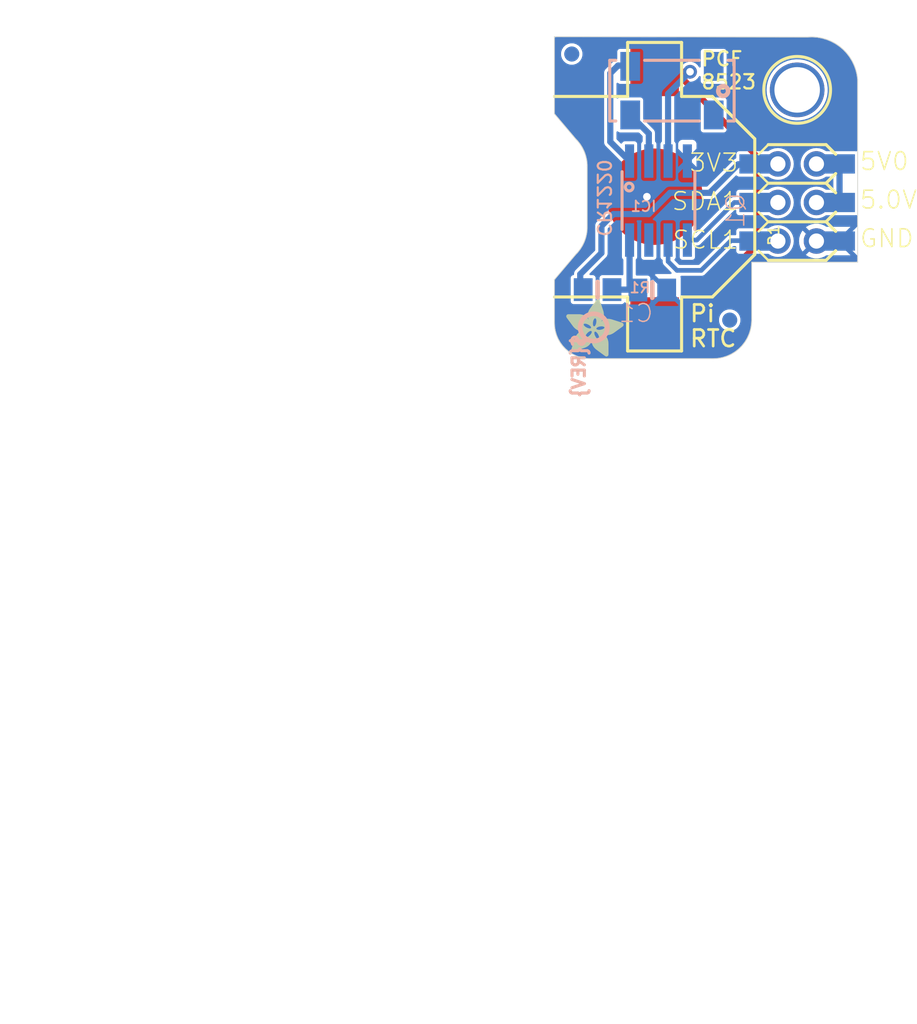
<source format=kicad_pcb>
(kicad_pcb (version 20221018) (generator pcbnew)
  (layers (0 "F.Cu" signal) (1 "In1.Cu" signal) (2 "In2.Cu" signal) (3 "In3.Cu" signal) (4 "In4.Cu" signal) (5 "In5.Cu" signal) (6 "In6.Cu" signal) (7 "In7.Cu" signal) (8 "In8.Cu" signal) (9 "In9.Cu" signal) (10 "In10.Cu" signal) (11 "In11.Cu" signal) (12 "In12.Cu" signal) (13 "In13.Cu" signal) (14 "In14.Cu" signal) (31 "B.Cu" signal) (34 "B.Paste" user) (35 "F.Paste" user) (36 "B.SilkS" user "B.Silkscreen") (37 "F.SilkS" user "F.Silkscreen") (38 "B.Mask" user) (39 "F.Mask" user) (44 "Edge.Cuts" user))
  (net 0 "")
  (net 1 "GND")
  (net 2 "SDA")
  (net 3 "SCL")
  (net 4 "N$14")
  (net 5 "N$15")
  (net 6 "VBAT")
  (net 7 "VDD")
  (net 8 "+5V")
  (net 9 "3.3V")
  (footprint "working:FIDUCIAL_1MM" (layer "F.Cu") (at 139.802029 96.9137 180)
    (fp_text reference "FID1" hide)
    (fp_text value "FIDUCIAL_1MM" hide)
    (pad "1" smd roundrect (at 0 0 180) (size 1 1) (layers "F.Cu" "F.Mask") (roundrect_rratio 0.5))
  )
  (footprint "working:FIDUCIAL_1MM" (layer "F.Cu") (at 157.124829 100.4951 180)
    (fp_text reference "FID2" hide)
    (fp_text value "FIDUCIAL_1MM" hide)
    (pad "1" smd roundrect (at 0 0 180) (size 1 1) (layers "F.Cu" "F.Mask") (roundrect_rratio 0.5))
  )
  (footprint "working:CR1220" (layer "F.Cu") (at 145.110629 104.9401 90)
    (fp_text reference "B1" (at -3.302 7.86 90) (layer "F.SilkS") (effects (font (size 0.692831 0.692831) (thickness 0.119969)) (justify left)))
    (fp_text value "CR1220")
    (pad "+$1" smd rect (at -8.2254 0 90) (size 3.2 3.2) (layers "F.Cu" "F.Paste" "F.Mask") (net 6 "VBAT"))
    (pad "+$2" smd rect (at 8.2254 0 90) (size 3.2 3.2) (layers "F.Cu" "F.Paste" "F.Mask") (net 6 "VBAT"))
    (pad "-" smd roundrect (at 0 0 90) (size 6.35 6.35) (layers "F.Cu" "F.Mask") (roundrect_rratio 0.5) (net 1 "GND"))
  )
  (footprint "working:MOUNTINGHOLE_3.0_PLATEDTHIN" (layer "F.Cu") (at 154.508629 97.9043 180)
    (fp_text reference "U$4" hide)
    (fp_text value "MOUNTINGHOLE3.0THIN" hide)
    (pad "P$1" thru_hole circle (at 0 0 180) (size 3.6 3.6) (drill 3) (layers "*.Cu" "*.Mask"))
    (zone (net 0) (net_name "") (layer "B.Cu") (connect_pads (clearance 0)) (min_thickness 0.25)
      (keepout (tracks not_allowed) (vias not_allowed) (pads not_allowed) (copperpour not_allowed) (footprints allowed))
      (fill (thermal_gap 0.5) (thermal_bridge_width 0.5))
      (polygon (pts (xy 152.492629 97.9043) (xy 152.512249 98.184873) (xy 152.570725 98.459985) (xy 152.666921 98.724281) (xy 152.798964 98.972617) (xy 152.964283 99.20016) (xy 153.159662 99.40248) (xy 153.381296 99.57564) (xy 153.624873 99.716269) (xy 153.885651 99.82163) (xy 154.158554 99.889672) (xy 154.438272 99.919072) (xy 154.719358 99.909256) (xy 154.996344 99.860416) (xy 155.263836 99.773503) (xy 155.516629 99.650207) (xy 155.749803 99.49293) (xy 155.958818 99.304731) (xy 156.139607 99.089275) (xy 156.288651 98.850755) (xy 156.403049 98.593813) (xy 156.480575 98.32345) (xy 156.519718 98.044929) (xy 156.519718 97.763671) (xy 156.480575 97.48515) (xy 156.403049 97.214787) (xy 156.288651 96.957845) (xy 156.139607 96.719325) (xy 155.958818 96.503869) (xy 155.749803 96.31567) (xy 155.516629 96.158393) (xy 155.263836 96.035097) (xy 154.996344 95.948184) (xy 154.719358 95.899344) (xy 154.438272 95.889528) (xy 154.158554 95.918928) (xy 153.885651 95.98697) (xy 153.624873 96.092331) (xy 153.381296 96.23296) (xy 153.159662 96.40612) (xy 152.964283 96.60844) (xy 152.798964 96.835983) (xy 152.666921 97.084319) (xy 152.570725 97.348615) (xy 152.512249 97.623727)))
      (polygon (pts (xy 154.524629 97.9043) (xy 154.519943 97.892986) (xy 154.508629 97.8883) (xy 154.497315 97.892986) (xy 154.492629 97.9043) (xy 154.497315 97.915614) (xy 154.508629 97.9203) (xy 154.519943 97.915614)))
    )
  )
  (footprint "working:RASPBERRYPI_2X3_THMSMT" (layer "F.Cu") (at 154.508629 105.3211)
    (fp_text reference "RPI1" hide)
    (fp_text value "RASPBERRYPI_2X3" hide)
    (fp_text user "5V0" (at 4.064 -2.032) (layer "F.SilkS") (effects (font (size 1.1684 1.1684) (thickness 0.1016)) (justify left bottom)))
    (fp_text user "SDA1" (at -3.81 -0.762) (layer "F.SilkS") (effects (font (size 1.1684 1.1684) (thickness 0.1016)) (justify right top)))
    (fp_text user "5.0V" (at 4.064 0.508) (layer "F.SilkS") (effects (font (size 1.1684 1.1684) (thickness 0.1016)) (justify left bottom)))
    (fp_text user "3V3" (at -3.81 -3.302) (layer "F.SilkS") (effects (font (size 1.1684 1.1684) (thickness 0.1016)) (justify right top)))
    (fp_text user "GND" (at 4.064 3.048) (layer "F.SilkS") (effects (font (size 1.1684 1.1684) (thickness 0.1016)) (justify left bottom)))
    (fp_text user "SCL1" (at -3.81 1.778) (layer "F.SilkS") (effects (font (size 1.1684 1.1684) (thickness 0.1016)) (justify right top)))
    (pad "1" thru_hole circle (at -1.27 -2.54 270) (size 1.6764 1.6764) (drill 1) (layers "*.Cu" "*.Mask") (net 9 "3.3V"))
    (pad "1'" smd rect (at -2.794 -2.54 90) (size 1.27 2.032) (layers "B.Cu" "B.Paste" "B.Mask") (net 9 "3.3V"))
    (pad "2" thru_hole circle (at 1.27 -2.54 270) (size 1.6764 1.6764) (drill 1) (layers "*.Cu" "*.Mask") (net 8 "+5V"))
    (pad "2'" smd rect (at 2.794 -2.54 90) (size 1.27 2.032) (layers "B.Cu" "B.Paste" "B.Mask") (net 8 "+5V"))
    (pad "3" thru_hole circle (at -1.27 0 270) (size 1.6764 1.6764) (drill 1) (layers "*.Cu" "*.Mask") (net 2 "SDA"))
    (pad "3'" smd rect (at -2.794 0 90) (size 1.27 2.032) (layers "B.Cu" "B.Paste" "B.Mask") (net 2 "SDA"))
    (pad "4" thru_hole circle (at 1.27 0 270) (size 1.6764 1.6764) (drill 1) (layers "*.Cu" "*.Mask") (net 8 "+5V"))
    (pad "4'" smd rect (at 2.794 0 90) (size 1.27 2.032) (layers "B.Cu" "B.Paste" "B.Mask") (net 8 "+5V"))
    (pad "5" thru_hole circle (at -1.27 2.54 270) (size 1.6764 1.6764) (drill 1) (layers "*.Cu" "*.Mask") (net 3 "SCL"))
    (pad "5'" smd rect (at -2.794 2.54 90) (size 1.27 2.032) (layers "B.Cu" "B.Paste" "B.Mask") (net 3 "SCL"))
    (pad "6" thru_hole circle (at 1.27 2.54 270) (size 1.6764 1.6764) (drill 1) (layers "*.Cu" "*.Mask") (net 1 "GND"))
    (pad "6'" smd rect (at 2.794 2.54 90) (size 1.27 2.032) (layers "B.Cu" "B.Paste" "B.Mask") (net 1 "GND"))
  )
  (footprint "working:ADAFRUIT_3.5MM" (layer "F.Cu") (at 139.268629 115.4811)
    (fp_text reference "U$2" hide)
    (fp_text value "" hide)
  )
  (footprint "working:CRYSTAL_8X3.8" (layer "B.Cu") (at 146.253629 97.9551)
    (fp_text reference "Q1" (at 4.191 9.144 -90) (layer "B.SilkS") (effects (font (size 1.176691 1.176691) (thickness 0.093309)) (justify right mirror)))
    (fp_text value "32.768")
    (pad "P$1" smd rect (at -2.75 -1.6) (size 1.3 1.9) (layers "B.Cu" "B.Paste" "B.Mask") (net 4 "N$14"))
    (pad "P$2" smd rect (at 2.75 -1.6) (size 1.3 1.9) (layers "B.Cu" "B.Paste" "B.Mask"))
    (pad "P$3" smd rect (at 2.75 1.6) (size 1.3 1.9) (layers "B.Cu" "B.Paste" "B.Mask"))
    (pad "P$4" smd rect (at -2.75 1.6) (size 1.3 1.9) (layers "B.Cu" "B.Paste" "B.Mask") (net 5 "N$15"))
  )
  (footprint "working:SOIC8_150MIL" (layer "B.Cu") (at 145.364629 105.1941)
    (fp_text reference "IC1" (at -1.905 0.381) (layer "B.SilkS") (effects (font (size 0.692831 0.692831) (thickness 0.119969)) (justify right mirror)))
    (fp_text value "RTC_PCF8523T")
    (pad "1" smd rect (at -1.905 -2.6) (size 0.6 2.2) (layers "B.Cu" "B.Paste" "B.Mask") (net 4 "N$14"))
    (pad "2" smd rect (at -0.635 -2.6) (size 0.6 2.2) (layers "B.Cu" "B.Paste" "B.Mask") (net 5 "N$15"))
    (pad "3" smd rect (at 0.635 -2.6) (size 0.6 2.2) (layers "B.Cu" "B.Paste" "B.Mask") (net 6 "VBAT"))
    (pad "4" smd rect (at 1.905 -2.6) (size 0.6 2.2) (layers "B.Cu" "B.Paste" "B.Mask") (net 1 "GND"))
    (pad "5" smd rect (at 1.905 2.6) (size 0.6 2.2) (layers "B.Cu" "B.Paste" "B.Mask") (net 2 "SDA"))
    (pad "6" smd rect (at 0.635 2.6) (size 0.6 2.2) (layers "B.Cu" "B.Paste" "B.Mask") (net 3 "SCL"))
    (pad "7" smd rect (at -0.635 2.6) (size 0.6 2.2) (layers "B.Cu" "B.Paste" "B.Mask"))
    (pad "8" smd rect (at -1.905 2.6) (size 0.6 2.2) (layers "B.Cu" "B.Paste" "B.Mask") (net 7 "VDD"))
  )
  (footprint "working:FIDUCIAL_1MM" (layer "B.Cu") (at 139.649629 95.5421 180)
    (fp_text reference "FID4" hide)
    (fp_text value "FIDUCIAL_1MM" hide)
    (pad "1" smd roundrect (at 0 0 180) (size 1 1) (layers "B.Cu" "B.Mask") (roundrect_rratio 0.5))
  )
  (footprint "working:PCBFEAT-REV-040" (layer "B.Cu") (at 141.097429 113.5507 90)
    (fp_text reference "U$3" hide)
    (fp_text value "" hide)
    (fp_text user "${REV}" (at -0.3556 -0.508 270) (layer "B.SilkS") (effects (font (size 0.8128 0.8128) (thickness 0.2032)) (justify left bottom mirror)))
  )
  (footprint "working:0805-NO" (layer "B.Cu") (at 144.958229 111.0869)
    (fp_text reference "C1" (at -2.286 1.524) (layer "B.SilkS") (effects (font (size 1.176691 1.176691) (thickness 0.093309)) (justify right mirror)))
    (fp_text value "10uF")
    (pad "1" smd rect (at -0.95 0) (size 1.24 1.5) (layers "B.Cu" "B.Paste" "B.Mask") (net 7 "VDD"))
    (pad "2" smd rect (at 0.95 0) (size 1.24 1.5) (layers "B.Cu" "B.Paste" "B.Mask") (net 1 "GND"))
  )
  (footprint "working:0805-NO" (layer "B.Cu") (at 141.351429 111.0615)
    (fp_text reference "R1" (at 2.032 -0.127) (layer "B.SilkS") (effects (font (size 0.692831 0.692831) (thickness 0.119969)) (justify right mirror)))
    (fp_text value "1K")
    (pad "1" smd rect (at -0.95 0) (size 1.24 1.5) (layers "B.Cu" "B.Paste" "B.Mask") (net 9 "3.3V"))
    (pad "2" smd rect (at 0.95 0) (size 1.24 1.5) (layers "B.Cu" "B.Paste" "B.Mask") (net 7 "VDD"))
  )
  (footprint "working:FIDUCIAL_1MM" (layer "B.Cu") (at 150.063629 113.0681 180)
    (fp_text reference "FID3" hide)
    (fp_text value "FIDUCIAL_1MM" hide)
    (pad "1" smd roundrect (at 0 0 180) (size 1 1) (layers "B.Cu" "B.Mask") (roundrect_rratio 0.5))
  )
  (gr_line (start 148.971429 115.6081) (end 140.792629 115.6081) (stroke (width 0.05)) (layer "Edge.Cuts"))
  (gr_line (start 139.921679 101.14815) (end 138.506629 99.4791) (stroke (width 0.05)) (layer "Edge.Cuts"))
  (gr_line (start 140.665629 106.935997) (end 140.665629 102.944204) (stroke (width 0.05)) (layer "Edge.Cuts"))
  (gr_arc (start 151.511429 113.0681) (mid 150.76748 114.864151) (end 148.971429 115.6081) (stroke (width 0.05)) (layer "Edge.Cuts"))
  (gr_line (start 158.496429 109.2581) (end 151.511429 109.2581) (stroke (width 0.05)) (layer "Edge.Cuts"))
  (gr_line (start 138.506629 110.4011) (end 139.921679 108.73205) (stroke (width 0.05)) (layer "Edge.Cuts"))
  (gr_arc (start 140.665629 106.935997) (mid 140.472283 107.908014) (end 139.921679 108.73205) (stroke (width 0.05)) (layer "Edge.Cuts"))
  (gr_line (start 138.506629 99.4791) (end 138.506629 94.3991) (stroke (width 0.05)) (layer "Edge.Cuts"))
  (gr_line (start 138.506629 94.3991) (end 155.194429 94.4245) (stroke (width 0.05)) (layer "Edge.Cuts"))
  (gr_arc (start 139.921679 101.14815) (mid 140.472283 101.972186) (end 140.665629 102.944204) (stroke (width 0.05)) (layer "Edge.Cuts"))
  (gr_line (start 158.496429 97.2185) (end 158.496429 109.2581) (stroke (width 0.05)) (layer "Edge.Cuts"))
  (gr_line (start 151.511429 109.2581) (end 151.511429 113.0681) (stroke (width 0.05)) (layer "Edge.Cuts"))
  (gr_arc (start 155.194429 94.4245) (mid 157.424085 95.137633) (end 158.496429 97.2185) (stroke (width 0.05)) (layer "Edge.Cuts"))
  (gr_line (start 138.506629 113.1951) (end 138.506629 110.4011) (stroke (width 0.05)) (layer "Edge.Cuts"))
  (gr_arc (start 140.792629 115.6081) (mid 139.14988 114.875046) (end 138.506629 113.1951) (stroke (width 0.05)) (layer "Edge.Cuts"))
  (gr_text "CR1220" (at 141.249829 107.6579 -90) (layer "B.SilkS") (effects (font (size 0.87376 0.87376) (thickness 0.14224)) (justify left bottom mirror)))
  (gr_text "PCF\n8523" (at 148.107829 97.9297) (layer "F.SilkS") (effects (font (size 0.939292 0.939292) (thickness 0.152908)) (justify left bottom)))
  (gr_text "Pi" (at 147.345829 113.2713) (layer "F.SilkS") (effects (font (size 1.0922 1.0922) (thickness 0.1778)) (justify left bottom)))
  (gr_text "RTC" (at 147.345829 114.9223) (layer "F.SilkS") (effects (font (size 1.0922 1.0922) (thickness 0.1778)) (justify left bottom)))
  (segment (start 145.110629 104.9401) (end 144.602629 104.9401) (width 0.4064) (layer "F.Cu") (net 1))
  (via (at 144.602629 104.9401) (size 0.9064) (drill 0.5) (layers "F.Cu" "B.Cu") (net 1))
  (segment (start 157.302629 107.8611) (end 155.778629 107.8611) (width 0.4064) (layer "B.Cu") (net 1))
  (segment (start 151.714629 105.3211) (end 153.238629 105.3211) (width 0.4064) (layer "B.Cu") (net 2))
  (segment (start 150.368429 105.3211) (end 151.714629 105.3211) (width 0.3048) (layer "B.Cu") (net 2))
  (segment (start 147.269629 107.7941) (end 147.895429 107.7941) (width 0.3048) (layer "B.Cu") (net 2))
  (segment (start 147.895429 107.7941) (end 150.368429 105.3211) (width 0.3048) (layer "B.Cu") (net 2))
  (segment (start 146.583829 109.7915) (end 148.184029 109.7915) (width 0.3048) (layer "B.Cu") (net 3))
  (segment (start 150.139829 107.8357) (end 151.689229 107.8357) (width 0.3048) (layer "B.Cu") (net 3))
  (segment (start 151.689229 107.8357) (end 151.714629 107.8611) (width 0.3048) (layer "B.Cu") (net 3))
  (segment (start 153.238629 107.8611) (end 151.714629 107.8611) (width 0.3048) (layer "B.Cu") (net 3))
  (segment (start 145.999629 109.2073) (end 146.583829 109.7915) (width 0.3048) (layer "B.Cu") (net 3))
  (segment (start 148.184029 109.7915) (end 150.139829 107.8357) (width 0.3048) (layer "B.Cu") (net 3))
  (segment (start 145.999629 107.7941) (end 145.999629 109.2073) (width 0.3048) (layer "B.Cu") (net 3))
  (segment (start 142.697629 96.3041) (end 143.452629 96.3041) (width 0.4064) (layer "B.Cu") (net 4))
  (segment (start 143.452629 96.3041) (end 143.503629 96.3551) (width 0.4064) (layer "B.Cu") (net 4))
  (segment (start 142.189629 101.3241) (end 142.189629 96.8121) (width 0.4064) (layer "B.Cu") (net 4))
  (segment (start 142.189629 96.8121) (end 142.697629 96.3041) (width 0.4064) (layer "B.Cu") (net 4))
  (segment (start 143.459629 102.5941) (end 142.189629 101.3241) (width 0.4064) (layer "B.Cu") (net 4))
  (segment (start 143.503629 99.5551) (end 144.729629 100.7811) (width 0.4064) (layer "B.Cu") (net 5))
  (segment (start 144.729629 100.7811) (end 144.729629 102.5941) (width 0.4064) (layer "B.Cu") (net 5))
  (segment (start 145.999629 97.6037) (end 145.110629 96.7147) (width 0.4064) (layer "F.Cu") (net 6))
  (segment (start 147.447429 96.7105) (end 145.821829 96.7105) (width 0.4064) (layer "F.Cu") (net 6))
  (segment (start 151.841629 108.1151) (end 151.841629 102.2731) (width 0.4064) (layer "F.Cu") (net 6))
  (segment (start 145.110629 113.1655) (end 146.791229 113.1655) (width 0.4064) (layer "F.Cu") (net 6))
  (segment (start 145.394229 96.4311) (end 145.110629 96.7147) (width 0.4064) (layer "F.Cu") (net 6))
  (segment (start 145.542429 96.4311) (end 145.394229 96.4311) (width 0.4064) (layer "F.Cu") (net 6))
  (segment (start 146.791229 113.1655) (end 151.841629 108.1151) (width 0.4064) (layer "F.Cu") (net 6))
  (segment (start 151.841629 102.2731) (end 146.253629 96.4311) (width 0.4064) (layer "F.Cu") (net 6))
  (segment (start 146.253629 96.4311) (end 145.542429 96.4311) (width 0.4064) (layer "F.Cu") (net 6))
  (segment (start 145.821829 96.7105) (end 145.542429 96.4311) (width 0.4064) (layer "F.Cu") (net 6))
  (via (at 147.447429 96.7105) (size 0.9064) (drill 0.5) (layers "F.Cu" "B.Cu") (net 6))
  (segment (start 145.999629 98.1583) (end 147.447429 96.7105) (width 0.4064) (layer "B.Cu") (net 6))
  (segment (start 145.999629 102.5941) (end 145.999629 98.1583) (width 0.4064) (layer "B.Cu") (net 6))
  (segment (start 142.301429 111.0615) (end 143.601829 111.0615) (width 0.4064) (layer "B.Cu") (net 7))
  (segment (start 143.601829 111.0615) (end 144.008229 111.0869) (width 0.4064) (layer "B.Cu") (net 7))
  (segment (start 143.459629 111.0463) (end 144.008229 111.0869) (width 0.4064) (layer "B.Cu") (net 7))
  (segment (start 143.459629 107.7941) (end 143.459629 111.0463) (width 0.4064) (layer "B.Cu") (net 7))
  (segment (start 157.302629 105.3211) (end 155.778629 105.3211) (width 0.4064) (layer "B.Cu") (net 8))
  (segment (start 155.778629 102.7811) (end 157.302629 102.7811) (width 0.4064) (layer "B.Cu") (net 8))
  (segment (start 157.302629 105.3211) (end 157.302629 102.7811) (width 0.4064) (layer "B.Cu") (net 8))
  (segment (start 141.605429 106.8705) (end 141.605429 108.6485) (width 0.4064) (layer "B.Cu") (net 9))
  (segment (start 140.208429 110.0455) (end 140.208429 110.7415) (width 0.4064) (layer "B.Cu") (net 9))
  (segment (start 141.605429 108.6485) (end 140.208429 110.0455) (width 0.4064) (layer "B.Cu") (net 9))
  (segment (start 146.126629 104.6861) (end 148.793629 104.6861) (width 0.4064) (layer "B.Cu") (net 9))
  (segment (start 140.208429 110.7415) (end 140.401429 110.7415) (width 0.4064) (layer "B.Cu") (net 9))
  (segment (start 144.729629 106.0831) (end 146.126629 104.6861) (width 0.4064) (layer "B.Cu") (net 9))
  (segment (start 150.622429 102.8065) (end 151.714629 102.7811) (width 0.4064) (layer "B.Cu") (net 9))
  (segment (start 142.392829 106.0831) (end 141.605429 106.8705) (width 0.4064) (layer "B.Cu") (net 9))
  (segment (start 151.714629 102.7811) (end 153.238629 102.7811) (width 0.4064) (layer "B.Cu") (net 9))
  (segment (start 148.793629 104.6353) (end 150.622429 102.8065) (width 0.4064) (layer "B.Cu") (net 9))
  (segment (start 144.729629 106.0831) (end 142.392829 106.0831) (width 0.4064) (layer "B.Cu") (net 9))
  (segment (start 148.793629 104.6861) (end 148.793629 104.6353) (width 0.4064) (layer "B.Cu") (net 9))
  (segment (start 140.401429 110.7415) (end 140.401429 111.0615) (width 0.4064) (layer "B.Cu") (net 9))
  (zone (net 1) (net_name "GND") (layer "B.Cu") (priority 6) (connect_pads (clearance 0.000001)) (min_thickness 0.127) (fill yes (thermal_gap 0.304) (thermal_bridge_width 0.304))
    (polygon (pts (xy 158.315627 115.7605) (xy 138.253386 115.7605) (xy 138.124867 94.2721) (xy 158.829704 94.2721)))
  )
)
</source>
